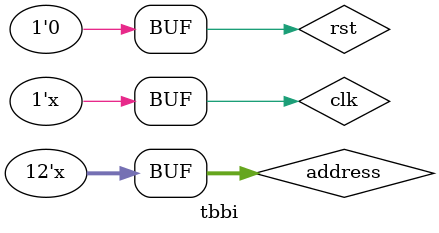
<source format=v>
`timescale 1ns / 1ps


module tbbi;
/*Objetivo: comprobar que se está realizando la lectura de la instrucción almacenada en memoria

Estímulos: señal de reloj, direccion (dirección de memoria) se le aplica una suma de 4 para simular PC+4

Resultados esperados: se espera ver progresivamente cada instrucción (PC+4)
*/
	// Inputs
	reg clk;
	reg rst;
	reg [11:0] address;

	// Outputs
	wire [31:0] instr;

	// Instantiate the Unit Under Test (UUT)
	BancoInstrucciones uut (
		.clk(clk), 
		.rst(rst), 
		.address(address), 
		.instr(instr)
	);

	initial begin
		// Initialize Inputs
		clk = 0;
		rst = 0;
		address = 0;

		// Wait 100 ns for global reset to finish
		#100;
		// Add stimulus here

	end
	
	always #10 clk=~clk;
	always #40 address= address+4;
	
endmodule


</source>
